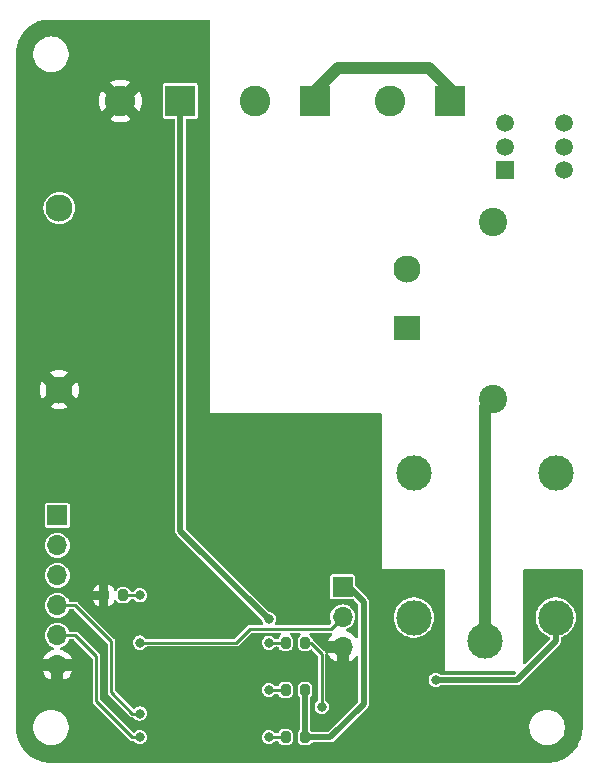
<source format=gbl>
G04 #@! TF.GenerationSoftware,KiCad,Pcbnew,7.0.8*
G04 #@! TF.CreationDate,2024-05-10T00:52:19-03:00*
G04 #@! TF.ProjectId,on_off_module_x1,6f6e5f6f-6666-45f6-9d6f-64756c655f78,1.0*
G04 #@! TF.SameCoordinates,Original*
G04 #@! TF.FileFunction,Copper,L2,Bot*
G04 #@! TF.FilePolarity,Positive*
%FSLAX46Y46*%
G04 Gerber Fmt 4.6, Leading zero omitted, Abs format (unit mm)*
G04 Created by KiCad (PCBNEW 7.0.8) date 2024-05-10 00:52:19*
%MOMM*%
%LPD*%
G01*
G04 APERTURE LIST*
G04 Aperture macros list*
%AMRoundRect*
0 Rectangle with rounded corners*
0 $1 Rounding radius*
0 $2 $3 $4 $5 $6 $7 $8 $9 X,Y pos of 4 corners*
0 Add a 4 corners polygon primitive as box body*
4,1,4,$2,$3,$4,$5,$6,$7,$8,$9,$2,$3,0*
0 Add four circle primitives for the rounded corners*
1,1,$1+$1,$2,$3*
1,1,$1+$1,$4,$5*
1,1,$1+$1,$6,$7*
1,1,$1+$1,$8,$9*
0 Add four rect primitives between the rounded corners*
20,1,$1+$1,$2,$3,$4,$5,0*
20,1,$1+$1,$4,$5,$6,$7,0*
20,1,$1+$1,$6,$7,$8,$9,0*
20,1,$1+$1,$8,$9,$2,$3,0*%
G04 Aperture macros list end*
G04 #@! TA.AperFunction,ComponentPad*
%ADD10R,1.700000X1.700000*%
G04 #@! TD*
G04 #@! TA.AperFunction,ComponentPad*
%ADD11O,1.700000X1.700000*%
G04 #@! TD*
G04 #@! TA.AperFunction,ComponentPad*
%ADD12C,3.000000*%
G04 #@! TD*
G04 #@! TA.AperFunction,ComponentPad*
%ADD13C,2.600000*%
G04 #@! TD*
G04 #@! TA.AperFunction,ComponentPad*
%ADD14R,2.600000X2.600000*%
G04 #@! TD*
G04 #@! TA.AperFunction,ComponentPad*
%ADD15C,2.400000*%
G04 #@! TD*
G04 #@! TA.AperFunction,ComponentPad*
%ADD16R,2.300000X2.000000*%
G04 #@! TD*
G04 #@! TA.AperFunction,ComponentPad*
%ADD17C,2.300000*%
G04 #@! TD*
G04 #@! TA.AperFunction,ComponentPad*
%ADD18R,1.500000X1.500000*%
G04 #@! TD*
G04 #@! TA.AperFunction,ComponentPad*
%ADD19C,1.500000*%
G04 #@! TD*
G04 #@! TA.AperFunction,SMDPad,CuDef*
%ADD20RoundRect,0.200000X0.200000X0.275000X-0.200000X0.275000X-0.200000X-0.275000X0.200000X-0.275000X0*%
G04 #@! TD*
G04 #@! TA.AperFunction,ViaPad*
%ADD21C,0.800000*%
G04 #@! TD*
G04 #@! TA.AperFunction,Conductor*
%ADD22C,1.000000*%
G04 #@! TD*
G04 #@! TA.AperFunction,Conductor*
%ADD23C,0.500000*%
G04 #@! TD*
G04 #@! TA.AperFunction,Conductor*
%ADD24C,0.250000*%
G04 #@! TD*
G04 APERTURE END LIST*
D10*
X154518000Y-106937498D03*
D11*
X154518000Y-109477498D03*
X154518000Y-112017498D03*
D12*
X166552000Y-111535498D03*
X160552000Y-97335498D03*
X172552000Y-97335498D03*
X172552000Y-109535498D03*
X160552000Y-109535498D03*
D13*
X135703000Y-65786000D03*
D14*
X140783000Y-65786000D03*
D10*
X130364000Y-100886198D03*
D11*
X130364000Y-103426198D03*
X130364000Y-105966198D03*
X130364000Y-108506198D03*
X130364000Y-111046198D03*
X130364000Y-113586198D03*
D13*
X158558000Y-65786000D03*
D14*
X163638000Y-65786000D03*
D15*
X167218000Y-91053498D03*
X167218000Y-76053498D03*
D16*
X159936500Y-85053498D03*
D17*
X159936500Y-80053498D03*
X130536500Y-90253498D03*
X130536500Y-74853498D03*
D14*
X152208000Y-65786000D03*
D13*
X147128000Y-65786000D03*
D18*
X168290000Y-71676198D03*
D19*
X168290000Y-69676198D03*
X168290000Y-67676198D03*
X173290000Y-71676198D03*
X173290000Y-69676198D03*
X173290000Y-67676198D03*
D20*
X151333000Y-111661003D03*
X149683000Y-111661003D03*
X151333000Y-119661002D03*
X149683000Y-119661002D03*
X135933000Y-107661004D03*
X134283000Y-107661004D03*
X151333000Y-115661005D03*
X149683000Y-115661005D03*
D21*
X162392000Y-114811498D03*
X148779000Y-99585499D03*
X157058000Y-119637498D03*
X128840000Y-67104198D03*
X156352000Y-93393198D03*
X153478000Y-102664198D03*
X168488000Y-119637498D03*
X142302000Y-97031498D03*
X137346999Y-106199000D03*
X148269000Y-109661000D03*
X137346999Y-117661001D03*
X137346999Y-119660998D03*
X148269001Y-111661000D03*
X148269001Y-115661005D03*
X148269001Y-119661002D03*
X137346999Y-107661004D03*
X137346999Y-111661000D03*
X152740000Y-117097498D03*
D22*
X154129802Y-63040198D02*
X152208000Y-64962000D01*
X163638000Y-64818198D02*
X161860000Y-63040198D01*
X152208000Y-64962000D02*
X152208000Y-65786000D01*
X163638000Y-66043498D02*
X163638000Y-64818198D01*
X161860000Y-63040198D02*
X154129802Y-63040198D01*
X166552000Y-91719498D02*
X167218000Y-91053498D01*
X166552000Y-111535498D02*
X166552000Y-91719498D01*
D23*
X162392000Y-114811498D02*
X169250000Y-114811498D01*
X169250000Y-114811498D02*
X172552000Y-111509498D01*
X172552000Y-111509498D02*
X172552000Y-109535498D01*
X151333000Y-115661005D02*
X151333000Y-119661002D01*
X156296000Y-108207498D02*
X155026000Y-106937498D01*
X155026000Y-106937498D02*
X154518000Y-106937498D01*
X156296000Y-116843498D02*
X156296000Y-108207498D01*
X151333000Y-119661002D02*
X153478496Y-119661002D01*
X153478496Y-119661002D02*
X156296000Y-116843498D01*
X140783000Y-102175000D02*
X140783000Y-66037198D01*
X148269000Y-109661000D02*
X140783000Y-102175000D01*
D24*
X137346999Y-117661001D02*
X136724803Y-117661001D01*
X131888000Y-108506198D02*
X130364000Y-108506198D01*
X136724803Y-117661001D02*
X134936000Y-115872198D01*
X134936000Y-111554198D02*
X131888000Y-108506198D01*
X134936000Y-115872198D02*
X134936000Y-111554198D01*
X133666000Y-116634198D02*
X133666000Y-112824198D01*
X137346999Y-119660998D02*
X136692800Y-119660998D01*
X133666000Y-112824198D02*
X131888000Y-111046198D01*
X131888000Y-111046198D02*
X130364000Y-111046198D01*
X136692800Y-119660998D02*
X133666000Y-116634198D01*
X148269003Y-111661003D02*
X148269001Y-111661000D01*
X149683001Y-111661003D02*
X148269003Y-111661003D01*
X149683000Y-115661003D02*
X148269001Y-115661005D01*
X149683001Y-119661002D02*
X148269001Y-119661002D01*
X135932999Y-107661004D02*
X137346999Y-107661004D01*
X153502000Y-110493498D02*
X154518000Y-109477498D01*
X145476498Y-111661000D02*
X146644000Y-110493498D01*
X137346999Y-111661000D02*
X145476498Y-111661000D01*
X146644000Y-110493498D02*
X153502000Y-110493498D01*
X151333000Y-111661003D02*
X151806805Y-111661003D01*
X151806805Y-111661003D02*
X152740000Y-112594198D01*
X152740000Y-112594198D02*
X152740000Y-117097498D01*
G04 #@! TA.AperFunction,Conductor*
G36*
X154961039Y-111537183D02*
G01*
X155006794Y-111589987D01*
X155018000Y-111641498D01*
X155018000Y-111945609D01*
X154977493Y-111807654D01*
X154899761Y-111686700D01*
X154791100Y-111592546D01*
X154660315Y-111532818D01*
X154553763Y-111517498D01*
X154894000Y-111517498D01*
X154961039Y-111537183D01*
G37*
G04 #@! TD.AperFunction*
G04 #@! TA.AperFunction,Conductor*
G36*
X143261039Y-58951183D02*
G01*
X143306794Y-59003987D01*
X143318000Y-59055498D01*
X143318000Y-92205498D01*
X157696000Y-92205498D01*
X157763039Y-92225183D01*
X157808794Y-92277987D01*
X157820000Y-92329498D01*
X157820000Y-105413498D01*
X163030000Y-105413498D01*
X163097039Y-105433183D01*
X163142794Y-105485987D01*
X163154000Y-105537498D01*
X163154000Y-114049498D01*
X169075535Y-114049498D01*
X169142574Y-114069183D01*
X169188329Y-114121987D01*
X169198273Y-114191145D01*
X169169248Y-114254701D01*
X169163216Y-114261179D01*
X169099716Y-114324679D01*
X169038393Y-114358164D01*
X169012035Y-114360998D01*
X162833419Y-114360998D01*
X162766380Y-114341313D01*
X162757933Y-114335374D01*
X162694842Y-114286962D01*
X162548762Y-114226454D01*
X162548760Y-114226453D01*
X162392001Y-114205816D01*
X162391999Y-114205816D01*
X162235239Y-114226453D01*
X162235237Y-114226454D01*
X162089160Y-114286961D01*
X161963718Y-114383216D01*
X161867463Y-114508658D01*
X161806956Y-114654735D01*
X161806955Y-114654737D01*
X161786318Y-114811496D01*
X161786318Y-114811499D01*
X161806955Y-114968258D01*
X161806956Y-114968260D01*
X161859682Y-115095553D01*
X161867464Y-115114339D01*
X161963718Y-115239780D01*
X162089159Y-115336034D01*
X162235238Y-115396542D01*
X162313619Y-115406861D01*
X162391999Y-115417180D01*
X162392000Y-115417180D01*
X162392001Y-115417180D01*
X162444254Y-115410300D01*
X162548762Y-115396542D01*
X162694841Y-115336034D01*
X162757933Y-115287621D01*
X162823102Y-115262428D01*
X162833419Y-115261998D01*
X169221217Y-115261998D01*
X169228155Y-115262387D01*
X169260050Y-115265981D01*
X169267034Y-115266768D01*
X169267034Y-115266767D01*
X169267035Y-115266768D01*
X169325479Y-115255709D01*
X169384287Y-115246846D01*
X169384290Y-115246844D01*
X169392447Y-115244328D01*
X169400469Y-115241521D01*
X169400472Y-115241521D01*
X169453072Y-115213720D01*
X169506642Y-115187923D01*
X169506642Y-115187922D01*
X169506644Y-115187922D01*
X169513695Y-115183114D01*
X169520538Y-115178064D01*
X169562599Y-115136002D01*
X169606194Y-115095553D01*
X169606196Y-115095548D01*
X169611987Y-115088288D01*
X169612643Y-115088811D01*
X169622032Y-115076568D01*
X172850205Y-111848394D01*
X172855373Y-111843775D01*
X172885970Y-111819377D01*
X172919480Y-111770226D01*
X172954793Y-111722380D01*
X172954794Y-111722377D01*
X172958778Y-111714839D01*
X172962474Y-111707166D01*
X172980006Y-111650325D01*
X172986191Y-111632650D01*
X172999646Y-111594198D01*
X172999646Y-111594193D01*
X173001228Y-111585834D01*
X173002500Y-111577397D01*
X173002500Y-111517924D01*
X173004724Y-111458490D01*
X173003684Y-111449259D01*
X173004513Y-111449165D01*
X173002500Y-111433864D01*
X173002500Y-111267613D01*
X173022185Y-111200574D01*
X173074989Y-111154819D01*
X173089952Y-111149122D01*
X173174987Y-111122893D01*
X173174994Y-111122889D01*
X173175004Y-111122887D01*
X173379928Y-111024201D01*
X173404626Y-111012307D01*
X173404626Y-111012306D01*
X173404634Y-111012303D01*
X173615217Y-110868730D01*
X173802050Y-110695375D01*
X173960959Y-110496110D01*
X174088393Y-110275386D01*
X174181508Y-110038135D01*
X174238222Y-109789655D01*
X174247863Y-109660998D01*
X174257268Y-109535502D01*
X174257268Y-109535493D01*
X174238222Y-109281343D01*
X174235990Y-109271565D01*
X174181508Y-109032861D01*
X174088393Y-108795610D01*
X173960959Y-108574886D01*
X173802050Y-108375621D01*
X173615217Y-108202266D01*
X173404634Y-108058693D01*
X173404630Y-108058691D01*
X173404627Y-108058689D01*
X173404626Y-108058688D01*
X173175006Y-107948110D01*
X173175008Y-107948110D01*
X172931466Y-107872987D01*
X172931462Y-107872986D01*
X172931458Y-107872985D01*
X172810231Y-107854712D01*
X172679440Y-107834998D01*
X172679435Y-107834998D01*
X172424565Y-107834998D01*
X172424559Y-107834998D01*
X172267609Y-107858655D01*
X172172542Y-107872985D01*
X172172539Y-107872986D01*
X172172533Y-107872987D01*
X171928992Y-107948110D01*
X171699373Y-108058688D01*
X171699372Y-108058689D01*
X171699366Y-108058692D01*
X171699366Y-108058693D01*
X171678072Y-108073211D01*
X171488782Y-108202266D01*
X171301952Y-108375619D01*
X171301950Y-108375621D01*
X171143041Y-108574886D01*
X171015608Y-108795607D01*
X170922492Y-109032860D01*
X170922490Y-109032867D01*
X170865777Y-109281343D01*
X170846732Y-109535493D01*
X170846732Y-109535502D01*
X170865777Y-109789652D01*
X170918008Y-110018493D01*
X170922492Y-110038135D01*
X171015607Y-110275386D01*
X171143041Y-110496110D01*
X171301950Y-110695375D01*
X171488783Y-110868730D01*
X171699366Y-111012303D01*
X171699371Y-111012305D01*
X171699372Y-111012306D01*
X171699373Y-111012307D01*
X171894664Y-111106353D01*
X171928996Y-111122887D01*
X171929001Y-111122888D01*
X171929012Y-111122893D01*
X172014048Y-111149122D01*
X172072308Y-111187691D01*
X172100466Y-111251635D01*
X172101500Y-111267613D01*
X172101500Y-111271533D01*
X172081815Y-111338572D01*
X172065181Y-111359214D01*
X169969681Y-113454714D01*
X169908358Y-113488199D01*
X169838666Y-113483215D01*
X169782733Y-113441343D01*
X169758316Y-113375879D01*
X169758000Y-113367033D01*
X169758000Y-105537498D01*
X169777685Y-105470459D01*
X169830489Y-105424704D01*
X169882000Y-105413498D01*
X174714000Y-105413498D01*
X174781039Y-105433183D01*
X174826794Y-105485987D01*
X174838000Y-105537498D01*
X174838000Y-113177265D01*
X174837500Y-118838734D01*
X174837415Y-118841973D01*
X174830760Y-118968992D01*
X174820133Y-119157792D01*
X174819468Y-119164010D01*
X174796030Y-119312008D01*
X174767663Y-119478976D01*
X174766426Y-119484641D01*
X174726182Y-119634840D01*
X174680756Y-119792524D01*
X174679060Y-119797582D01*
X174622425Y-119945122D01*
X174560430Y-120094792D01*
X174558392Y-120099215D01*
X174485978Y-120241336D01*
X174408125Y-120382205D01*
X174405857Y-120385984D01*
X174318426Y-120520617D01*
X174225603Y-120651439D01*
X174223220Y-120654580D01*
X174122675Y-120778743D01*
X174120722Y-120781038D01*
X174015033Y-120899306D01*
X174012643Y-120901835D01*
X173899432Y-121015043D01*
X173896905Y-121017432D01*
X173778863Y-121122923D01*
X173776566Y-121124877D01*
X173651993Y-121225752D01*
X173648854Y-121228133D01*
X173518790Y-121320421D01*
X173383240Y-121408444D01*
X173379463Y-121410710D01*
X173240052Y-121487762D01*
X173096306Y-121560999D01*
X173091886Y-121563037D01*
X172944689Y-121624010D01*
X172794563Y-121681633D01*
X172789508Y-121683328D01*
X172635965Y-121727565D01*
X172481511Y-121768946D01*
X172475848Y-121770183D01*
X172316780Y-121797210D01*
X172160825Y-121821906D01*
X172154601Y-121822571D01*
X171984005Y-121832152D01*
X171858216Y-121838741D01*
X171838628Y-121839767D01*
X171835388Y-121839852D01*
X129839618Y-121839852D01*
X129836377Y-121839767D01*
X129828893Y-121839375D01*
X129704809Y-121832875D01*
X129520971Y-121822557D01*
X129514744Y-121821891D01*
X129362602Y-121797798D01*
X129226655Y-121774702D01*
X129199787Y-121770138D01*
X129194126Y-121768902D01*
X129041580Y-121728032D01*
X128886186Y-121683266D01*
X128881130Y-121681571D01*
X128732107Y-121624371D01*
X128583855Y-121562965D01*
X128579433Y-121560926D01*
X128531520Y-121536515D01*
X128436373Y-121488037D01*
X128399603Y-121467715D01*
X128296325Y-121410635D01*
X128292548Y-121408369D01*
X128157432Y-121320627D01*
X128026985Y-121228070D01*
X128023844Y-121225688D01*
X127899529Y-121125022D01*
X127897233Y-121123069D01*
X127778970Y-121017384D01*
X127776451Y-121015002D01*
X127719892Y-120958444D01*
X127663370Y-120901922D01*
X127660980Y-120899395D01*
X127555199Y-120781026D01*
X127553246Y-120778730D01*
X127452739Y-120654615D01*
X127450356Y-120651474D01*
X127450331Y-120651439D01*
X127357526Y-120520640D01*
X127270085Y-120385994D01*
X127267837Y-120382248D01*
X127192563Y-120246046D01*
X127189996Y-120241401D01*
X127117544Y-120099206D01*
X127115509Y-120094792D01*
X127053554Y-119945215D01*
X126996877Y-119797564D01*
X126995196Y-119792552D01*
X126949774Y-119634880D01*
X126909520Y-119484643D01*
X126908289Y-119479013D01*
X126879907Y-119311948D01*
X126856485Y-119164060D01*
X126855821Y-119157862D01*
X126844978Y-118964687D01*
X128337499Y-118964687D01*
X128340972Y-118985502D01*
X128378428Y-119209968D01*
X128459168Y-119445154D01*
X128459171Y-119445163D01*
X128575978Y-119661003D01*
X128577525Y-119663861D01*
X128730261Y-119860096D01*
X128888954Y-120006183D01*
X128913216Y-120028518D01*
X129121392Y-120164525D01*
X129349117Y-120264415D01*
X129575121Y-120321647D01*
X129590178Y-120325460D01*
X129590180Y-120325460D01*
X129590185Y-120325461D01*
X129723375Y-120336497D01*
X129775932Y-120340852D01*
X129775934Y-120340852D01*
X129900064Y-120340852D01*
X129900066Y-120340852D01*
X129961283Y-120335779D01*
X130085812Y-120325461D01*
X130085815Y-120325460D01*
X130085820Y-120325460D01*
X130326880Y-120264415D01*
X130554606Y-120164525D01*
X130762784Y-120028516D01*
X130945737Y-119860096D01*
X131098473Y-119663861D01*
X131216827Y-119445162D01*
X131297570Y-119209966D01*
X131338499Y-118964687D01*
X131338499Y-118716017D01*
X131297570Y-118470738D01*
X131216827Y-118235542D01*
X131098473Y-118016843D01*
X130945737Y-117820608D01*
X130772359Y-117661002D01*
X130762781Y-117652185D01*
X130554605Y-117516178D01*
X130326880Y-117416288D01*
X130085823Y-117355244D01*
X130085812Y-117355242D01*
X129920547Y-117341549D01*
X129900066Y-117339852D01*
X129775932Y-117339852D01*
X129756520Y-117341460D01*
X129590185Y-117355242D01*
X129590174Y-117355244D01*
X129349117Y-117416288D01*
X129121392Y-117516178D01*
X128913216Y-117652185D01*
X128741996Y-117809804D01*
X128733352Y-117817763D01*
X128730260Y-117820609D01*
X128577523Y-118016845D01*
X128459171Y-118235540D01*
X128459168Y-118235549D01*
X128378428Y-118470735D01*
X128337499Y-118716017D01*
X128337499Y-118964687D01*
X126844978Y-118964687D01*
X126844732Y-118960303D01*
X126838584Y-118842955D01*
X126838499Y-118839711D01*
X126838499Y-114086198D01*
X129107593Y-114086198D01*
X129190398Y-114263774D01*
X129325894Y-114457280D01*
X129492917Y-114624303D01*
X129686422Y-114759798D01*
X129686424Y-114759799D01*
X129863999Y-114842603D01*
X129864000Y-114842603D01*
X129864000Y-114086198D01*
X129107593Y-114086198D01*
X126838499Y-114086198D01*
X126838499Y-113086198D01*
X129107594Y-113086198D01*
X130328237Y-113086198D01*
X130221685Y-113101518D01*
X130090900Y-113161246D01*
X129982239Y-113255400D01*
X129904507Y-113376354D01*
X129864000Y-113514309D01*
X129864000Y-113658087D01*
X129904507Y-113796042D01*
X129982239Y-113916996D01*
X130090900Y-114011150D01*
X130221685Y-114070878D01*
X130328237Y-114086198D01*
X130399763Y-114086198D01*
X130864000Y-114086198D01*
X130864000Y-114842603D01*
X131041575Y-114759799D01*
X131041577Y-114759798D01*
X131235082Y-114624303D01*
X131402105Y-114457280D01*
X131537601Y-114263774D01*
X131620406Y-114086198D01*
X130864000Y-114086198D01*
X130399763Y-114086198D01*
X130506315Y-114070878D01*
X130637100Y-114011150D01*
X130745761Y-113916996D01*
X130823493Y-113796042D01*
X130864000Y-113658087D01*
X130864000Y-113514309D01*
X130823493Y-113376354D01*
X130745761Y-113255400D01*
X130637100Y-113161246D01*
X130506315Y-113101518D01*
X130399763Y-113086198D01*
X131620406Y-113086198D01*
X131620405Y-113086197D01*
X131537599Y-112908619D01*
X131537597Y-112908615D01*
X131402113Y-112715124D01*
X131402108Y-112715118D01*
X131235082Y-112548092D01*
X131041578Y-112412597D01*
X130827492Y-112312768D01*
X130827486Y-112312765D01*
X130705349Y-112280039D01*
X130645689Y-112243674D01*
X130615160Y-112180827D01*
X130623455Y-112111451D01*
X130667940Y-112057573D01*
X130701444Y-112041605D01*
X130767954Y-112021430D01*
X130950450Y-111923883D01*
X131110410Y-111792608D01*
X131241685Y-111632648D01*
X131339232Y-111450152D01*
X131339234Y-111450143D01*
X131340021Y-111448247D01*
X131340701Y-111447401D01*
X131342104Y-111444779D01*
X131342601Y-111445044D01*
X131383862Y-111393843D01*
X131450156Y-111371777D01*
X131454583Y-111371698D01*
X131701812Y-111371698D01*
X131768851Y-111391383D01*
X131789493Y-111408017D01*
X133304181Y-112922705D01*
X133337666Y-112984028D01*
X133340500Y-113010386D01*
X133340500Y-116617276D01*
X133340264Y-116622683D01*
X133336735Y-116663006D01*
X133347212Y-116702108D01*
X133348383Y-116707388D01*
X133355411Y-116747241D01*
X133357235Y-116752253D01*
X133364197Y-116769059D01*
X133366445Y-116773879D01*
X133366446Y-116773882D01*
X133372946Y-116783165D01*
X133389655Y-116807029D01*
X133392561Y-116811590D01*
X133412806Y-116846653D01*
X133443815Y-116872673D01*
X133447805Y-116876329D01*
X136450663Y-119879187D01*
X136454318Y-119883176D01*
X136480341Y-119914188D01*
X136480343Y-119914189D01*
X136480345Y-119914192D01*
X136480347Y-119914193D01*
X136480348Y-119914194D01*
X136515399Y-119934431D01*
X136519962Y-119937337D01*
X136553116Y-119960552D01*
X136553119Y-119960552D01*
X136557976Y-119962818D01*
X136574733Y-119969758D01*
X136579753Y-119971585D01*
X136579755Y-119971586D01*
X136615606Y-119977907D01*
X136619608Y-119978613D01*
X136624880Y-119979781D01*
X136663993Y-119990262D01*
X136704322Y-119986733D01*
X136709724Y-119986498D01*
X136778700Y-119986498D01*
X136845739Y-120006183D01*
X136877076Y-120035012D01*
X136898723Y-120063224D01*
X136918717Y-120089280D01*
X137044158Y-120185534D01*
X137190237Y-120246042D01*
X137268618Y-120256361D01*
X137346998Y-120266680D01*
X137346999Y-120266680D01*
X137347000Y-120266680D01*
X137399253Y-120259800D01*
X137503761Y-120246042D01*
X137649840Y-120185534D01*
X137775281Y-120089280D01*
X137871535Y-119963839D01*
X137932043Y-119817760D01*
X137952304Y-119663861D01*
X137952680Y-119661003D01*
X147663319Y-119661003D01*
X147683956Y-119817762D01*
X147683957Y-119817764D01*
X147744462Y-119963837D01*
X147744465Y-119963843D01*
X147840719Y-120089284D01*
X147966160Y-120185538D01*
X148112239Y-120246046D01*
X148190620Y-120256365D01*
X148269000Y-120266684D01*
X148269001Y-120266684D01*
X148269002Y-120266684D01*
X148321255Y-120259804D01*
X148425763Y-120246046D01*
X148571842Y-120185538D01*
X148697283Y-120089284D01*
X148738924Y-120035015D01*
X148795352Y-119993813D01*
X148837300Y-119986502D01*
X148983253Y-119986502D01*
X149050292Y-120006187D01*
X149093738Y-120054207D01*
X149097353Y-120061302D01*
X149097354Y-120061306D01*
X149149947Y-120164525D01*
X149154951Y-120174345D01*
X149154954Y-120174349D01*
X149244652Y-120264047D01*
X149244654Y-120264048D01*
X149244658Y-120264052D01*
X149357694Y-120321647D01*
X149357698Y-120321649D01*
X149451475Y-120336501D01*
X149451481Y-120336502D01*
X149914518Y-120336501D01*
X150008304Y-120321648D01*
X150121342Y-120264052D01*
X150211050Y-120174344D01*
X150268646Y-120061306D01*
X150268646Y-120061304D01*
X150268647Y-120061303D01*
X150283499Y-119967526D01*
X150283500Y-119967521D01*
X150283499Y-119354484D01*
X150268646Y-119260698D01*
X150211050Y-119147660D01*
X150211046Y-119147656D01*
X150211045Y-119147654D01*
X150121347Y-119057956D01*
X150121344Y-119057954D01*
X150121342Y-119057952D01*
X150044398Y-119018747D01*
X150008301Y-119000354D01*
X149914524Y-118985502D01*
X149451482Y-118985502D01*
X149375073Y-118997604D01*
X149357696Y-119000356D01*
X149244658Y-119057952D01*
X149244657Y-119057953D01*
X149244652Y-119057956D01*
X149154954Y-119147654D01*
X149154951Y-119147659D01*
X149154950Y-119147660D01*
X149106661Y-119242433D01*
X149093737Y-119267797D01*
X149045762Y-119318593D01*
X148983252Y-119335502D01*
X148837300Y-119335502D01*
X148770261Y-119315817D01*
X148738924Y-119286988D01*
X148697284Y-119232721D01*
X148697283Y-119232720D01*
X148571842Y-119136466D01*
X148571832Y-119136462D01*
X148425763Y-119075958D01*
X148425761Y-119075957D01*
X148269002Y-119055320D01*
X148269000Y-119055320D01*
X148112240Y-119075957D01*
X148112238Y-119075958D01*
X147966161Y-119136465D01*
X147840719Y-119232720D01*
X147744464Y-119358162D01*
X147683957Y-119504239D01*
X147683956Y-119504241D01*
X147663319Y-119661000D01*
X147663319Y-119661003D01*
X137952680Y-119661003D01*
X137952681Y-119660999D01*
X137952681Y-119660996D01*
X137932044Y-119504241D01*
X137932043Y-119504236D01*
X137871535Y-119358157D01*
X137775281Y-119232716D01*
X137649840Y-119136462D01*
X137503761Y-119075954D01*
X137503759Y-119075953D01*
X137347000Y-119055316D01*
X137346998Y-119055316D01*
X137190238Y-119075953D01*
X137190236Y-119075954D01*
X137044159Y-119136461D01*
X136994999Y-119174183D01*
X136948366Y-119209966D01*
X136918712Y-119232720D01*
X136912970Y-119238463D01*
X136911446Y-119236939D01*
X136864177Y-119271446D01*
X136794430Y-119275593D01*
X136734561Y-119242433D01*
X134027819Y-116535691D01*
X133994334Y-116474368D01*
X133991500Y-116448010D01*
X133991500Y-112841118D01*
X133991736Y-112835711D01*
X133995264Y-112795391D01*
X133990642Y-112778142D01*
X133984782Y-112756274D01*
X133983616Y-112751016D01*
X133976588Y-112711153D01*
X133976586Y-112711150D01*
X133976586Y-112711148D01*
X133974760Y-112706131D01*
X133967820Y-112689374D01*
X133965554Y-112684517D01*
X133965554Y-112684514D01*
X133942339Y-112651360D01*
X133939433Y-112646797D01*
X133919196Y-112611746D01*
X133919195Y-112611745D01*
X133919194Y-112611743D01*
X133888177Y-112585716D01*
X133884193Y-112582065D01*
X133009294Y-111707166D01*
X132130119Y-110827991D01*
X132126474Y-110824012D01*
X132100456Y-110793005D01*
X132100455Y-110793004D01*
X132089058Y-110786424D01*
X132065392Y-110772759D01*
X132060831Y-110769853D01*
X132047687Y-110760650D01*
X132027684Y-110746644D01*
X132027681Y-110746643D01*
X132022861Y-110744395D01*
X132006055Y-110737433D01*
X132001043Y-110735609D01*
X131961190Y-110728581D01*
X131955910Y-110727410D01*
X131916808Y-110716933D01*
X131881892Y-110719988D01*
X131876481Y-110720462D01*
X131871078Y-110720698D01*
X131454583Y-110720698D01*
X131387544Y-110701013D01*
X131341789Y-110648209D01*
X131340021Y-110644149D01*
X131339233Y-110642249D01*
X131339232Y-110642244D01*
X131241685Y-110459748D01*
X131172644Y-110375621D01*
X131110410Y-110299787D01*
X130967993Y-110182910D01*
X130950450Y-110168513D01*
X130767954Y-110070966D01*
X130569934Y-110010898D01*
X130569932Y-110010897D01*
X130569934Y-110010897D01*
X130364000Y-109990615D01*
X130158067Y-110010897D01*
X129960043Y-110070967D01*
X129901752Y-110102125D01*
X129777550Y-110168513D01*
X129777548Y-110168514D01*
X129777547Y-110168515D01*
X129617589Y-110299787D01*
X129492075Y-110452729D01*
X129486315Y-110459748D01*
X129466879Y-110496110D01*
X129388769Y-110642241D01*
X129328699Y-110840265D01*
X129308417Y-111046198D01*
X129328699Y-111252130D01*
X129342972Y-111299181D01*
X129388768Y-111450152D01*
X129486315Y-111632648D01*
X129486317Y-111632650D01*
X129617589Y-111792608D01*
X129685577Y-111848403D01*
X129777550Y-111923883D01*
X129960046Y-112021430D01*
X130026551Y-112041603D01*
X130084989Y-112079900D01*
X130113446Y-112143712D01*
X130102887Y-112212779D01*
X130056663Y-112265173D01*
X130022650Y-112280039D01*
X129900514Y-112312765D01*
X129900507Y-112312768D01*
X129686422Y-112412597D01*
X129686420Y-112412598D01*
X129492926Y-112548084D01*
X129492920Y-112548089D01*
X129325891Y-112715118D01*
X129325886Y-112715124D01*
X129190402Y-112908615D01*
X129190400Y-112908619D01*
X129107594Y-113086197D01*
X129107594Y-113086198D01*
X126838499Y-113086198D01*
X126838499Y-108506198D01*
X129308417Y-108506198D01*
X129328699Y-108712130D01*
X129328700Y-108712132D01*
X129388768Y-108910152D01*
X129486315Y-109092648D01*
X129486317Y-109092650D01*
X129617589Y-109252608D01*
X129714209Y-109331900D01*
X129777550Y-109383883D01*
X129960046Y-109481430D01*
X130158066Y-109541498D01*
X130158065Y-109541498D01*
X130176529Y-109543316D01*
X130364000Y-109561781D01*
X130569934Y-109541498D01*
X130767954Y-109481430D01*
X130950450Y-109383883D01*
X131110410Y-109252608D01*
X131241685Y-109092648D01*
X131339232Y-108910152D01*
X131339234Y-108910143D01*
X131340021Y-108908247D01*
X131340701Y-108907401D01*
X131342104Y-108904779D01*
X131342601Y-108905044D01*
X131383862Y-108853843D01*
X131450156Y-108831777D01*
X131454583Y-108831698D01*
X131701812Y-108831698D01*
X131768851Y-108851383D01*
X131789493Y-108868017D01*
X134574181Y-111652705D01*
X134607666Y-111714028D01*
X134610500Y-111740386D01*
X134610500Y-115855276D01*
X134610264Y-115860683D01*
X134606735Y-115901006D01*
X134617212Y-115940108D01*
X134618383Y-115945388D01*
X134625411Y-115985241D01*
X134627235Y-115990253D01*
X134634197Y-116007059D01*
X134636445Y-116011879D01*
X134636446Y-116011882D01*
X134650452Y-116031885D01*
X134659655Y-116045029D01*
X134662561Y-116049590D01*
X134682806Y-116084653D01*
X134713815Y-116110673D01*
X134717805Y-116114329D01*
X136482671Y-117879196D01*
X136486326Y-117883185D01*
X136512344Y-117914191D01*
X136512345Y-117914192D01*
X136512348Y-117914195D01*
X136541190Y-117930846D01*
X136547407Y-117934436D01*
X136551957Y-117937334D01*
X136585119Y-117960554D01*
X136585121Y-117960554D01*
X136585122Y-117960555D01*
X136589971Y-117962816D01*
X136606750Y-117969766D01*
X136611755Y-117971588D01*
X136611756Y-117971588D01*
X136611758Y-117971589D01*
X136651632Y-117978619D01*
X136656895Y-117979787D01*
X136668710Y-117982952D01*
X136695996Y-117990264D01*
X136736313Y-117986736D01*
X136741715Y-117986501D01*
X136778700Y-117986501D01*
X136845739Y-118006186D01*
X136877075Y-118035014D01*
X136918717Y-118089283D01*
X137044158Y-118185537D01*
X137190237Y-118246045D01*
X137268618Y-118256364D01*
X137346998Y-118266683D01*
X137346999Y-118266683D01*
X137347000Y-118266683D01*
X137399253Y-118259803D01*
X137503761Y-118246045D01*
X137649840Y-118185537D01*
X137775281Y-118089283D01*
X137871535Y-117963842D01*
X137932043Y-117817763D01*
X137952681Y-117661001D01*
X137951520Y-117652185D01*
X137932043Y-117504240D01*
X137932043Y-117504239D01*
X137871535Y-117358160D01*
X137775281Y-117232719D01*
X137649840Y-117136465D01*
X137555765Y-117097498D01*
X137503761Y-117075957D01*
X137503759Y-117075956D01*
X137347000Y-117055319D01*
X137346998Y-117055319D01*
X137190238Y-117075956D01*
X137190236Y-117075957D01*
X137044156Y-117136465D01*
X136913400Y-117236799D01*
X136848231Y-117261993D01*
X136779786Y-117247955D01*
X136750233Y-117226104D01*
X135297819Y-115773690D01*
X135264334Y-115712367D01*
X135261500Y-115686009D01*
X135261500Y-115661006D01*
X147663319Y-115661006D01*
X147683956Y-115817765D01*
X147683957Y-115817767D01*
X147735715Y-115942723D01*
X147744465Y-115963846D01*
X147840719Y-116089287D01*
X147966160Y-116185541D01*
X148112239Y-116246049D01*
X148190620Y-116256368D01*
X148269000Y-116266687D01*
X148269001Y-116266687D01*
X148269002Y-116266687D01*
X148321255Y-116259807D01*
X148425763Y-116246049D01*
X148571842Y-116185541D01*
X148697283Y-116089287D01*
X148738925Y-116035016D01*
X148795349Y-115993815D01*
X148837295Y-115986503D01*
X148983252Y-115986503D01*
X149050290Y-116006188D01*
X149093736Y-116054208D01*
X149097353Y-116061308D01*
X149097354Y-116061309D01*
X149154950Y-116174347D01*
X149154952Y-116174349D01*
X149154954Y-116174352D01*
X149244652Y-116264050D01*
X149244654Y-116264051D01*
X149244658Y-116264055D01*
X149357694Y-116321650D01*
X149357698Y-116321652D01*
X149451475Y-116336504D01*
X149451481Y-116336505D01*
X149914518Y-116336504D01*
X150008304Y-116321651D01*
X150121342Y-116264055D01*
X150211050Y-116174347D01*
X150268646Y-116061309D01*
X150268646Y-116061307D01*
X150268647Y-116061306D01*
X150283499Y-115967529D01*
X150283500Y-115967524D01*
X150283499Y-115354487D01*
X150268646Y-115260701D01*
X150211050Y-115147663D01*
X150211046Y-115147659D01*
X150211045Y-115147657D01*
X150121347Y-115057959D01*
X150121344Y-115057957D01*
X150121342Y-115057955D01*
X150044517Y-115018810D01*
X150008301Y-115000357D01*
X149914524Y-114985505D01*
X149451482Y-114985505D01*
X149370519Y-114998328D01*
X149357696Y-115000359D01*
X149244658Y-115057955D01*
X149244657Y-115057956D01*
X149244652Y-115057959D01*
X149154954Y-115147657D01*
X149154951Y-115147662D01*
X149154950Y-115147663D01*
X149104414Y-115246846D01*
X149093738Y-115267798D01*
X149045763Y-115318594D01*
X148983253Y-115335503D01*
X148837298Y-115335503D01*
X148770259Y-115315818D01*
X148738922Y-115286989D01*
X148720045Y-115262388D01*
X148697283Y-115232723D01*
X148571842Y-115136469D01*
X148425763Y-115075961D01*
X148425761Y-115075960D01*
X148269002Y-115055323D01*
X148269000Y-115055323D01*
X148112240Y-115075960D01*
X148112238Y-115075961D01*
X147966161Y-115136468D01*
X147840719Y-115232723D01*
X147744464Y-115358165D01*
X147683957Y-115504242D01*
X147683956Y-115504244D01*
X147663319Y-115661003D01*
X147663319Y-115661006D01*
X135261500Y-115661006D01*
X135261500Y-111661001D01*
X136741317Y-111661001D01*
X136761954Y-111817760D01*
X136761955Y-111817762D01*
X136810842Y-111935787D01*
X136822463Y-111963841D01*
X136918717Y-112089282D01*
X137044158Y-112185536D01*
X137190237Y-112246044D01*
X137268618Y-112256363D01*
X137346998Y-112266682D01*
X137346999Y-112266682D01*
X137347000Y-112266682D01*
X137406284Y-112258877D01*
X137503761Y-112246044D01*
X137649840Y-112185536D01*
X137775281Y-112089282D01*
X137816922Y-112035013D01*
X137873350Y-111993811D01*
X137915298Y-111986500D01*
X145459576Y-111986500D01*
X145464979Y-111986735D01*
X145505305Y-111990264D01*
X145544438Y-111979777D01*
X145549660Y-111978619D01*
X145589543Y-111971588D01*
X145589548Y-111971584D01*
X145594597Y-111969747D01*
X145611322Y-111962819D01*
X145616179Y-111960554D01*
X145616182Y-111960554D01*
X145649339Y-111937335D01*
X145653888Y-111934438D01*
X145688953Y-111914194D01*
X145714979Y-111883176D01*
X145718620Y-111879202D01*
X146742508Y-110855317D01*
X146803831Y-110821832D01*
X146830189Y-110818998D01*
X148172156Y-110818998D01*
X148239195Y-110838683D01*
X148269144Y-110873246D01*
X148283534Y-110850258D01*
X148346740Y-110820479D01*
X148365846Y-110818998D01*
X149197137Y-110818998D01*
X149264176Y-110838683D01*
X149309931Y-110891487D01*
X149319875Y-110960645D01*
X149290850Y-111024201D01*
X149253434Y-111053481D01*
X149244658Y-111057953D01*
X149244657Y-111057954D01*
X149244652Y-111057957D01*
X149154954Y-111147655D01*
X149154951Y-111147660D01*
X149154950Y-111147661D01*
X149101720Y-111252130D01*
X149093737Y-111267798D01*
X149045762Y-111318594D01*
X148983252Y-111335503D01*
X148837302Y-111335503D01*
X148770263Y-111315818D01*
X148738926Y-111286989D01*
X148727066Y-111271533D01*
X148697283Y-111232718D01*
X148571842Y-111136464D01*
X148539064Y-111122887D01*
X148425763Y-111075956D01*
X148425761Y-111075955D01*
X148349661Y-111065937D01*
X148285764Y-111037670D01*
X148270373Y-111014337D01*
X148265869Y-111024201D01*
X148207091Y-111061975D01*
X148188341Y-111065937D01*
X148112240Y-111075955D01*
X148112238Y-111075956D01*
X147966161Y-111136463D01*
X147840719Y-111232718D01*
X147744464Y-111358160D01*
X147683957Y-111504237D01*
X147683956Y-111504239D01*
X147663319Y-111660998D01*
X147663319Y-111661001D01*
X147683956Y-111817760D01*
X147683957Y-111817762D01*
X147732844Y-111935787D01*
X147744465Y-111963841D01*
X147840719Y-112089282D01*
X147966160Y-112185536D01*
X148112239Y-112246044D01*
X148190620Y-112256363D01*
X148269000Y-112266682D01*
X148269001Y-112266682D01*
X148269002Y-112266682D01*
X148328286Y-112258877D01*
X148425763Y-112246044D01*
X148571842Y-112185536D01*
X148697283Y-112089282D01*
X148738923Y-112035014D01*
X148795350Y-111993814D01*
X148837298Y-111986503D01*
X148983253Y-111986503D01*
X149050292Y-112006188D01*
X149093738Y-112054208D01*
X149097353Y-112061303D01*
X149097354Y-112061307D01*
X149139342Y-112143712D01*
X149154951Y-112174346D01*
X149154954Y-112174350D01*
X149244652Y-112264048D01*
X149244654Y-112264049D01*
X149244658Y-112264053D01*
X149357694Y-112321648D01*
X149357698Y-112321650D01*
X149451475Y-112336502D01*
X149451481Y-112336503D01*
X149914518Y-112336502D01*
X150008304Y-112321649D01*
X150121342Y-112264053D01*
X150211050Y-112174345D01*
X150268646Y-112061307D01*
X150268646Y-112061305D01*
X150268647Y-112061304D01*
X150281558Y-111979785D01*
X150283500Y-111967522D01*
X150283499Y-111354485D01*
X150268646Y-111260699D01*
X150211050Y-111147661D01*
X150211046Y-111147657D01*
X150211045Y-111147655D01*
X150121347Y-111057957D01*
X150121344Y-111057955D01*
X150121342Y-111057953D01*
X150112566Y-111053481D01*
X150061772Y-111005508D01*
X150044977Y-110937687D01*
X150067515Y-110871552D01*
X150122230Y-110828101D01*
X150168863Y-110818998D01*
X150847137Y-110818998D01*
X150914176Y-110838683D01*
X150959931Y-110891487D01*
X150969875Y-110960645D01*
X150940850Y-111024201D01*
X150903434Y-111053481D01*
X150894658Y-111057953D01*
X150894657Y-111057954D01*
X150894652Y-111057957D01*
X150804954Y-111147655D01*
X150804951Y-111147660D01*
X150747352Y-111260701D01*
X150732500Y-111354478D01*
X150732500Y-111967520D01*
X150743190Y-112035014D01*
X150747354Y-112061307D01*
X150804950Y-112174345D01*
X150804952Y-112174347D01*
X150804954Y-112174350D01*
X150894652Y-112264048D01*
X150894654Y-112264049D01*
X150894658Y-112264053D01*
X151007694Y-112321648D01*
X151007698Y-112321650D01*
X151101475Y-112336502D01*
X151101481Y-112336503D01*
X151564518Y-112336502D01*
X151658304Y-112321649D01*
X151771342Y-112264053D01*
X151772747Y-112262647D01*
X151774876Y-112261484D01*
X151779241Y-112258314D01*
X151779650Y-112258877D01*
X151834062Y-112229158D01*
X151903755Y-112234134D01*
X151948116Y-112262640D01*
X152378181Y-112692705D01*
X152411666Y-112754028D01*
X152414500Y-112780386D01*
X152414500Y-116529197D01*
X152394815Y-116596236D01*
X152365988Y-116627572D01*
X152311720Y-116669213D01*
X152215463Y-116794658D01*
X152154956Y-116940735D01*
X152154955Y-116940737D01*
X152134318Y-117097496D01*
X152134318Y-117097499D01*
X152154955Y-117254258D01*
X152154956Y-117254260D01*
X152215464Y-117400339D01*
X152311718Y-117525780D01*
X152437159Y-117622034D01*
X152583238Y-117682542D01*
X152661619Y-117692861D01*
X152739999Y-117703180D01*
X152740000Y-117703180D01*
X152740001Y-117703180D01*
X152792254Y-117696300D01*
X152896762Y-117682542D01*
X153042841Y-117622034D01*
X153168282Y-117525780D01*
X153264536Y-117400339D01*
X153325044Y-117254260D01*
X153345682Y-117097498D01*
X153338266Y-117041171D01*
X153325044Y-116940737D01*
X153325044Y-116940736D01*
X153264536Y-116794657D01*
X153168282Y-116669216D01*
X153168280Y-116669214D01*
X153168279Y-116669213D01*
X153114012Y-116627572D01*
X153072810Y-116571144D01*
X153065500Y-116529197D01*
X153065500Y-112656302D01*
X153085185Y-112589263D01*
X153129904Y-112550513D01*
X153111436Y-112542167D01*
X153225986Y-112542167D01*
X153270703Y-112562589D01*
X153301882Y-112603897D01*
X153344398Y-112695074D01*
X153479894Y-112888580D01*
X153646917Y-113055603D01*
X153840422Y-113191098D01*
X153840424Y-113191099D01*
X154017999Y-113273903D01*
X154018000Y-113273903D01*
X154018000Y-112517498D01*
X153254231Y-112517498D01*
X153225986Y-112542167D01*
X153111436Y-112542167D01*
X153085417Y-112530409D01*
X153057333Y-112489785D01*
X153056013Y-112490548D01*
X153051480Y-112482697D01*
X153050056Y-112479259D01*
X153049724Y-112478779D01*
X153048760Y-112476130D01*
X153041820Y-112459374D01*
X153039554Y-112454517D01*
X153039554Y-112454514D01*
X153016339Y-112421360D01*
X153013433Y-112416797D01*
X152993196Y-112381746D01*
X152993195Y-112381745D01*
X152993194Y-112381743D01*
X152962177Y-112355716D01*
X152958193Y-112352065D01*
X152520320Y-111914192D01*
X152048924Y-111442796D01*
X152045279Y-111438817D01*
X152019261Y-111407809D01*
X151984199Y-111387566D01*
X151979650Y-111384668D01*
X151976236Y-111382278D01*
X151932612Y-111327704D01*
X151924886Y-111300103D01*
X151918646Y-111260699D01*
X151861050Y-111147661D01*
X151861046Y-111147657D01*
X151861045Y-111147655D01*
X151771347Y-111057957D01*
X151771344Y-111057955D01*
X151771342Y-111057953D01*
X151762566Y-111053481D01*
X151711772Y-111005508D01*
X151694977Y-110937687D01*
X151717515Y-110871552D01*
X151772230Y-110828101D01*
X151818863Y-110818998D01*
X153485077Y-110818998D01*
X153490481Y-110819234D01*
X153501012Y-110820155D01*
X153516696Y-110821527D01*
X153581765Y-110846977D01*
X153622745Y-110903567D01*
X153626626Y-110973328D01*
X153593574Y-111032736D01*
X153479886Y-111146424D01*
X153344402Y-111339915D01*
X153344400Y-111339919D01*
X153261594Y-111517497D01*
X153261594Y-111517498D01*
X154482237Y-111517498D01*
X154375685Y-111532818D01*
X154244900Y-111592546D01*
X154136239Y-111686700D01*
X154058507Y-111807654D01*
X154018000Y-111945609D01*
X154018000Y-112089387D01*
X154058507Y-112227342D01*
X154136239Y-112348296D01*
X154244900Y-112442450D01*
X154375685Y-112502178D01*
X154482237Y-112517498D01*
X154553763Y-112517498D01*
X154660315Y-112502178D01*
X154791100Y-112442450D01*
X154899761Y-112348296D01*
X154977493Y-112227342D01*
X155018000Y-112089387D01*
X155018000Y-113273903D01*
X155195575Y-113191099D01*
X155195577Y-113191098D01*
X155389082Y-113055603D01*
X155556105Y-112888580D01*
X155619925Y-112797437D01*
X155674502Y-112753813D01*
X155744001Y-112746620D01*
X155806355Y-112778142D01*
X155841769Y-112838372D01*
X155845500Y-112868561D01*
X155845500Y-116605533D01*
X155825815Y-116672572D01*
X155809181Y-116693214D01*
X153328212Y-119174183D01*
X153266889Y-119207668D01*
X153240531Y-119210502D01*
X151969057Y-119210502D01*
X151902018Y-119190817D01*
X151868793Y-119154095D01*
X151866786Y-119155554D01*
X151861050Y-119147659D01*
X151819819Y-119106428D01*
X151786334Y-119045105D01*
X151783500Y-119018747D01*
X151783500Y-116303259D01*
X151803185Y-116236220D01*
X151819820Y-116215577D01*
X151861046Y-116174351D01*
X151861050Y-116174347D01*
X151918646Y-116061309D01*
X151918646Y-116061307D01*
X151918647Y-116061306D01*
X151933499Y-115967529D01*
X151933500Y-115967524D01*
X151933499Y-115354487D01*
X151918646Y-115260701D01*
X151861050Y-115147663D01*
X151861046Y-115147659D01*
X151861045Y-115147657D01*
X151771347Y-115057959D01*
X151771344Y-115057957D01*
X151771342Y-115057955D01*
X151694517Y-115018810D01*
X151658301Y-115000357D01*
X151564524Y-114985505D01*
X151101482Y-114985505D01*
X151020519Y-114998328D01*
X151007696Y-115000359D01*
X150894658Y-115057955D01*
X150894657Y-115057956D01*
X150894652Y-115057959D01*
X150804954Y-115147657D01*
X150804951Y-115147662D01*
X150747352Y-115260703D01*
X150732500Y-115354480D01*
X150732500Y-115967522D01*
X150738624Y-116006188D01*
X150747354Y-116061309D01*
X150804950Y-116174347D01*
X150804952Y-116174349D01*
X150804953Y-116174351D01*
X150846180Y-116215577D01*
X150879666Y-116276900D01*
X150882500Y-116303259D01*
X150882500Y-119018747D01*
X150862815Y-119085786D01*
X150846181Y-119106428D01*
X150804954Y-119147654D01*
X150804951Y-119147659D01*
X150804950Y-119147660D01*
X150799752Y-119157862D01*
X150747352Y-119260700D01*
X150732500Y-119354477D01*
X150732500Y-119967519D01*
X150742011Y-120027568D01*
X150747354Y-120061306D01*
X150804950Y-120174344D01*
X150804952Y-120174346D01*
X150804954Y-120174349D01*
X150894652Y-120264047D01*
X150894654Y-120264048D01*
X150894658Y-120264052D01*
X151007694Y-120321647D01*
X151007698Y-120321649D01*
X151101475Y-120336501D01*
X151101481Y-120336502D01*
X151564518Y-120336501D01*
X151658304Y-120321648D01*
X151771342Y-120264052D01*
X151794058Y-120241336D01*
X151861050Y-120174345D01*
X151866786Y-120166450D01*
X151869059Y-120168102D01*
X151906546Y-120128411D01*
X151969057Y-120111502D01*
X153449713Y-120111502D01*
X153456651Y-120111891D01*
X153488546Y-120115485D01*
X153495530Y-120116272D01*
X153495530Y-120116271D01*
X153495531Y-120116272D01*
X153553975Y-120105213D01*
X153612783Y-120096350D01*
X153612786Y-120096348D01*
X153620943Y-120093832D01*
X153628965Y-120091025D01*
X153628968Y-120091025D01*
X153681568Y-120063224D01*
X153735138Y-120037427D01*
X153735138Y-120037426D01*
X153735140Y-120037426D01*
X153742191Y-120032618D01*
X153749034Y-120027568D01*
X153791096Y-119985505D01*
X153798524Y-119978613D01*
X153834690Y-119945057D01*
X153834692Y-119945052D01*
X153840483Y-119937792D01*
X153841139Y-119938315D01*
X153850528Y-119926072D01*
X154811913Y-118964687D01*
X170337499Y-118964687D01*
X170340972Y-118985502D01*
X170378428Y-119209968D01*
X170459168Y-119445154D01*
X170459171Y-119445163D01*
X170575978Y-119661003D01*
X170577525Y-119663861D01*
X170730261Y-119860096D01*
X170888954Y-120006183D01*
X170913216Y-120028518D01*
X171121392Y-120164525D01*
X171349117Y-120264415D01*
X171575121Y-120321647D01*
X171590178Y-120325460D01*
X171590180Y-120325460D01*
X171590185Y-120325461D01*
X171723375Y-120336497D01*
X171775932Y-120340852D01*
X171775934Y-120340852D01*
X171900064Y-120340852D01*
X171900066Y-120340852D01*
X171961283Y-120335779D01*
X172085812Y-120325461D01*
X172085815Y-120325460D01*
X172085820Y-120325460D01*
X172326880Y-120264415D01*
X172554606Y-120164525D01*
X172762784Y-120028516D01*
X172945737Y-119860096D01*
X173098473Y-119663861D01*
X173216827Y-119445162D01*
X173297570Y-119209966D01*
X173338499Y-118964687D01*
X173338499Y-118716017D01*
X173297570Y-118470738D01*
X173216827Y-118235542D01*
X173098473Y-118016843D01*
X172945737Y-117820608D01*
X172772359Y-117661002D01*
X172762781Y-117652185D01*
X172554605Y-117516178D01*
X172326880Y-117416288D01*
X172085823Y-117355244D01*
X172085812Y-117355242D01*
X171920547Y-117341549D01*
X171900066Y-117339852D01*
X171775932Y-117339852D01*
X171756520Y-117341460D01*
X171590185Y-117355242D01*
X171590174Y-117355244D01*
X171349117Y-117416288D01*
X171121392Y-117516178D01*
X170913216Y-117652185D01*
X170741996Y-117809804D01*
X170733352Y-117817763D01*
X170730260Y-117820609D01*
X170577523Y-118016845D01*
X170459171Y-118235540D01*
X170459168Y-118235549D01*
X170378428Y-118470735D01*
X170337499Y-118716017D01*
X170337499Y-118964687D01*
X154811913Y-118964687D01*
X156594210Y-117182390D01*
X156599378Y-117177771D01*
X156629970Y-117153377D01*
X156663471Y-117104239D01*
X156698793Y-117056381D01*
X156698796Y-117056370D01*
X156702786Y-117048822D01*
X156706466Y-117041178D01*
X156706472Y-117041171D01*
X156718916Y-117000823D01*
X156724005Y-116984328D01*
X156743646Y-116928198D01*
X156745227Y-116919839D01*
X156746500Y-116911397D01*
X156746500Y-116851924D01*
X156748724Y-116792490D01*
X156747684Y-116783259D01*
X156748513Y-116783165D01*
X156746500Y-116767864D01*
X156746500Y-109535502D01*
X158846732Y-109535502D01*
X158865777Y-109789652D01*
X158918008Y-110018493D01*
X158922492Y-110038135D01*
X159015607Y-110275386D01*
X159143041Y-110496110D01*
X159301950Y-110695375D01*
X159488783Y-110868730D01*
X159699366Y-111012303D01*
X159699371Y-111012305D01*
X159699372Y-111012306D01*
X159699373Y-111012307D01*
X159794159Y-111057953D01*
X159928992Y-111122885D01*
X159928993Y-111122885D01*
X159928996Y-111122887D01*
X160172542Y-111198011D01*
X160424565Y-111235998D01*
X160679435Y-111235998D01*
X160931458Y-111198011D01*
X161175004Y-111122887D01*
X161379928Y-111024201D01*
X161404626Y-111012307D01*
X161404626Y-111012306D01*
X161404634Y-111012303D01*
X161615217Y-110868730D01*
X161802050Y-110695375D01*
X161960959Y-110496110D01*
X162088393Y-110275386D01*
X162181508Y-110038135D01*
X162238222Y-109789655D01*
X162247863Y-109660998D01*
X162257268Y-109535502D01*
X162257268Y-109535493D01*
X162238222Y-109281343D01*
X162235990Y-109271565D01*
X162181508Y-109032861D01*
X162088393Y-108795610D01*
X161960959Y-108574886D01*
X161802050Y-108375621D01*
X161615217Y-108202266D01*
X161404634Y-108058693D01*
X161404630Y-108058691D01*
X161404627Y-108058689D01*
X161404626Y-108058688D01*
X161175006Y-107948110D01*
X161175008Y-107948110D01*
X160931466Y-107872987D01*
X160931462Y-107872986D01*
X160931458Y-107872985D01*
X160810231Y-107854712D01*
X160679440Y-107834998D01*
X160679435Y-107834998D01*
X160424565Y-107834998D01*
X160424559Y-107834998D01*
X160267609Y-107858655D01*
X160172542Y-107872985D01*
X160172539Y-107872986D01*
X160172533Y-107872987D01*
X159928992Y-107948110D01*
X159699373Y-108058688D01*
X159699372Y-108058689D01*
X159699366Y-108058692D01*
X159699366Y-108058693D01*
X159678072Y-108073211D01*
X159488782Y-108202266D01*
X159301952Y-108375619D01*
X159301950Y-108375621D01*
X159143041Y-108574886D01*
X159015608Y-108795607D01*
X158922492Y-109032860D01*
X158922490Y-109032867D01*
X158865777Y-109281343D01*
X158846732Y-109535493D01*
X158846732Y-109535502D01*
X156746500Y-109535502D01*
X156746500Y-108236280D01*
X156746889Y-108229341D01*
X156751270Y-108190463D01*
X156740211Y-108132018D01*
X156731348Y-108073211D01*
X156731347Y-108073209D01*
X156728836Y-108065069D01*
X156726024Y-108057031D01*
X156726023Y-108057026D01*
X156698226Y-108004434D01*
X156672425Y-107950856D01*
X156672422Y-107950853D01*
X156672421Y-107950850D01*
X156667642Y-107943840D01*
X156662568Y-107936967D01*
X156662565Y-107936960D01*
X156620516Y-107894911D01*
X156580055Y-107851304D01*
X156572792Y-107845512D01*
X156573312Y-107844859D01*
X156561067Y-107835462D01*
X155604819Y-106879214D01*
X155571334Y-106817891D01*
X155568500Y-106791533D01*
X155568500Y-106067747D01*
X155568499Y-106067745D01*
X155556868Y-106009268D01*
X155556867Y-106009267D01*
X155512552Y-105942945D01*
X155446230Y-105898630D01*
X155446229Y-105898629D01*
X155387752Y-105886998D01*
X155387748Y-105886998D01*
X153648252Y-105886998D01*
X153648247Y-105886998D01*
X153589770Y-105898629D01*
X153589769Y-105898630D01*
X153523447Y-105942945D01*
X153479132Y-106009267D01*
X153479131Y-106009268D01*
X153467500Y-106067745D01*
X153467500Y-107807250D01*
X153479131Y-107865727D01*
X153479132Y-107865728D01*
X153523447Y-107932050D01*
X153589769Y-107976365D01*
X153589770Y-107976366D01*
X153648247Y-107987997D01*
X153648250Y-107987998D01*
X155388035Y-107987998D01*
X155455074Y-108007683D01*
X155475716Y-108024317D01*
X155809181Y-108357782D01*
X155842666Y-108419105D01*
X155845500Y-108445463D01*
X155845500Y-111166433D01*
X155825815Y-111233472D01*
X155773011Y-111279227D01*
X155703853Y-111289171D01*
X155640297Y-111260146D01*
X155619925Y-111237557D01*
X155556109Y-111146420D01*
X155556108Y-111146418D01*
X155389082Y-110979392D01*
X155195578Y-110843897D01*
X154981492Y-110744068D01*
X154981486Y-110744065D01*
X154859349Y-110711339D01*
X154799689Y-110674974D01*
X154769160Y-110612127D01*
X154777455Y-110542751D01*
X154821940Y-110488873D01*
X154855444Y-110472905D01*
X154921954Y-110452730D01*
X155104450Y-110355183D01*
X155264410Y-110223908D01*
X155395685Y-110063948D01*
X155493232Y-109881452D01*
X155553300Y-109683432D01*
X155573583Y-109477498D01*
X155553300Y-109271564D01*
X155493232Y-109073544D01*
X155395685Y-108891048D01*
X155317359Y-108795607D01*
X155264410Y-108731087D01*
X155146677Y-108634467D01*
X155104450Y-108599813D01*
X154921954Y-108502266D01*
X154723934Y-108442198D01*
X154723932Y-108442197D01*
X154723934Y-108442197D01*
X154518000Y-108421915D01*
X154312067Y-108442197D01*
X154114043Y-108502267D01*
X154003898Y-108561141D01*
X153931550Y-108599813D01*
X153931548Y-108599814D01*
X153931547Y-108599815D01*
X153771589Y-108731087D01*
X153640317Y-108891045D01*
X153542769Y-109073541D01*
X153482699Y-109271565D01*
X153462417Y-109477498D01*
X153482699Y-109683430D01*
X153496445Y-109728743D01*
X153542768Y-109881452D01*
X153542769Y-109881454D01*
X153542770Y-109881456D01*
X153543561Y-109883366D01*
X153543677Y-109884446D01*
X153544537Y-109887281D01*
X153543999Y-109887444D01*
X153551026Y-109952836D01*
X153519747Y-110015313D01*
X153516698Y-110018473D01*
X153403491Y-110131680D01*
X153342171Y-110165164D01*
X153315812Y-110167998D01*
X148888328Y-110167998D01*
X148821289Y-110148313D01*
X148775534Y-110095509D01*
X148765590Y-110026351D01*
X148789953Y-109968511D01*
X148793535Y-109963842D01*
X148793534Y-109963842D01*
X148793536Y-109963841D01*
X148854044Y-109817762D01*
X148874682Y-109661000D01*
X148854044Y-109504238D01*
X148793536Y-109358159D01*
X148697282Y-109232718D01*
X148571841Y-109136464D01*
X148571839Y-109136463D01*
X148425761Y-109075955D01*
X148346915Y-109065575D01*
X148283018Y-109037308D01*
X148275420Y-109030317D01*
X141269819Y-102024716D01*
X141236334Y-101963393D01*
X141233500Y-101937035D01*
X141233500Y-67410500D01*
X141253185Y-67343461D01*
X141305989Y-67297706D01*
X141357500Y-67286500D01*
X142102750Y-67286500D01*
X142102751Y-67286499D01*
X142117568Y-67283552D01*
X142161229Y-67274868D01*
X142161229Y-67274867D01*
X142161231Y-67274867D01*
X142227552Y-67230552D01*
X142271867Y-67164231D01*
X142271867Y-67164229D01*
X142271868Y-67164229D01*
X142283499Y-67105752D01*
X142283500Y-67105750D01*
X142283500Y-64466249D01*
X142283499Y-64466247D01*
X142271868Y-64407770D01*
X142271867Y-64407769D01*
X142227552Y-64341447D01*
X142161230Y-64297132D01*
X142161229Y-64297131D01*
X142102752Y-64285500D01*
X142102748Y-64285500D01*
X139463252Y-64285500D01*
X139463247Y-64285500D01*
X139404770Y-64297131D01*
X139404769Y-64297132D01*
X139338447Y-64341447D01*
X139294132Y-64407769D01*
X139294131Y-64407770D01*
X139282500Y-64466247D01*
X139282500Y-67105752D01*
X139294131Y-67164229D01*
X139294132Y-67164230D01*
X139338447Y-67230552D01*
X139404769Y-67274867D01*
X139404770Y-67274868D01*
X139463247Y-67286499D01*
X139463250Y-67286500D01*
X139463252Y-67286500D01*
X140208500Y-67286500D01*
X140275539Y-67306185D01*
X140321294Y-67358989D01*
X140332500Y-67410500D01*
X140332500Y-102146217D01*
X140332110Y-102153155D01*
X140330724Y-102165454D01*
X140327729Y-102192034D01*
X140338788Y-102250479D01*
X140347652Y-102309290D01*
X140350162Y-102317427D01*
X140352978Y-102325475D01*
X140380777Y-102378072D01*
X140406576Y-102431644D01*
X140411362Y-102438665D01*
X140416431Y-102445532D01*
X140416434Y-102445538D01*
X140416438Y-102445542D01*
X140458496Y-102487600D01*
X140498947Y-102531196D01*
X140506210Y-102536988D01*
X140505689Y-102537641D01*
X140517930Y-102547034D01*
X147638317Y-109667420D01*
X147671802Y-109728743D01*
X147673575Y-109738915D01*
X147683955Y-109817761D01*
X147744464Y-109963842D01*
X147748047Y-109968511D01*
X147773242Y-110033680D01*
X147759204Y-110102125D01*
X147710390Y-110152115D01*
X147649672Y-110167998D01*
X146660913Y-110167998D01*
X146655511Y-110167762D01*
X146648126Y-110167116D01*
X146615192Y-110164234D01*
X146615191Y-110164234D01*
X146576099Y-110174709D01*
X146570819Y-110175880D01*
X146530954Y-110182910D01*
X146525962Y-110184727D01*
X146509117Y-110191704D01*
X146504313Y-110193944D01*
X146471163Y-110217156D01*
X146466602Y-110220062D01*
X146431548Y-110240302D01*
X146431545Y-110240304D01*
X146431543Y-110240305D01*
X146431542Y-110240307D01*
X146405523Y-110271313D01*
X146401868Y-110275301D01*
X145611235Y-111065937D01*
X145377991Y-111299181D01*
X145316668Y-111332666D01*
X145290310Y-111335500D01*
X137915298Y-111335500D01*
X137848259Y-111315815D01*
X137816922Y-111286986D01*
X137812590Y-111281341D01*
X137796752Y-111260700D01*
X137775282Y-111232719D01*
X137733390Y-111200574D01*
X137649840Y-111136464D01*
X137617062Y-111122887D01*
X137503761Y-111075956D01*
X137503759Y-111075955D01*
X137347000Y-111055318D01*
X137346998Y-111055318D01*
X137190238Y-111075955D01*
X137190236Y-111075956D01*
X137044159Y-111136463D01*
X136918717Y-111232718D01*
X136822462Y-111358160D01*
X136761955Y-111504237D01*
X136761954Y-111504239D01*
X136741317Y-111660998D01*
X136741317Y-111661001D01*
X135261500Y-111661001D01*
X135261500Y-111571118D01*
X135261736Y-111565711D01*
X135265264Y-111525391D01*
X135259596Y-111504239D01*
X135254782Y-111486274D01*
X135253616Y-111481016D01*
X135246588Y-111441153D01*
X135246586Y-111441150D01*
X135246586Y-111441148D01*
X135244760Y-111436131D01*
X135237820Y-111419374D01*
X135235554Y-111414517D01*
X135235554Y-111414514D01*
X135212339Y-111381360D01*
X135209433Y-111376797D01*
X135189196Y-111341746D01*
X135189195Y-111341745D01*
X135189194Y-111341743D01*
X135158177Y-111315716D01*
X135154193Y-111312065D01*
X133659888Y-109817760D01*
X132130119Y-108287991D01*
X132126474Y-108284012D01*
X132100456Y-108253005D01*
X132100455Y-108253004D01*
X132088405Y-108246047D01*
X132065392Y-108232759D01*
X132060831Y-108229853D01*
X132047687Y-108220650D01*
X132027684Y-108206644D01*
X132027681Y-108206643D01*
X132022861Y-108204395D01*
X132006055Y-108197433D01*
X132001043Y-108195609D01*
X131961190Y-108188581D01*
X131955910Y-108187410D01*
X131916808Y-108176933D01*
X131881892Y-108179988D01*
X131876481Y-108180462D01*
X131871078Y-108180698D01*
X131454583Y-108180698D01*
X131387544Y-108161013D01*
X131341789Y-108108209D01*
X131340021Y-108104149D01*
X131339233Y-108102249D01*
X131339232Y-108102244D01*
X131317189Y-108061004D01*
X133389219Y-108061004D01*
X133389410Y-108063114D01*
X133439981Y-108225400D01*
X133527927Y-108370881D01*
X133648122Y-108491076D01*
X133793600Y-108579021D01*
X133882999Y-108606878D01*
X133883000Y-108606878D01*
X133883000Y-108061004D01*
X133389219Y-108061004D01*
X131317189Y-108061004D01*
X131241685Y-107919748D01*
X131181988Y-107847006D01*
X131110410Y-107759787D01*
X130950452Y-107628515D01*
X130950453Y-107628515D01*
X130950450Y-107628513D01*
X130767954Y-107530966D01*
X130569934Y-107470898D01*
X130569932Y-107470897D01*
X130569934Y-107470897D01*
X130364000Y-107450615D01*
X130158067Y-107470897D01*
X129960043Y-107530967D01*
X129849898Y-107589841D01*
X129777550Y-107628513D01*
X129777548Y-107628514D01*
X129777547Y-107628515D01*
X129617589Y-107759787D01*
X129486317Y-107919745D01*
X129486315Y-107919748D01*
X129460779Y-107967522D01*
X129388769Y-108102241D01*
X129328699Y-108300265D01*
X129308417Y-108506198D01*
X126838499Y-108506198D01*
X126838499Y-107261004D01*
X133389219Y-107261004D01*
X133883000Y-107261004D01*
X133883000Y-106715128D01*
X133882999Y-106715127D01*
X134683000Y-106715127D01*
X134683000Y-108606878D01*
X134772399Y-108579021D01*
X134917877Y-108491076D01*
X135038072Y-108370881D01*
X135126017Y-108225402D01*
X135151135Y-108144796D01*
X135189872Y-108086648D01*
X135253897Y-108058673D01*
X135322883Y-108069754D01*
X135374926Y-108116372D01*
X135380001Y-108125381D01*
X135404950Y-108174346D01*
X135404952Y-108174348D01*
X135404954Y-108174351D01*
X135494652Y-108264049D01*
X135494654Y-108264050D01*
X135494658Y-108264054D01*
X135607694Y-108321649D01*
X135607698Y-108321651D01*
X135701475Y-108336503D01*
X135701481Y-108336504D01*
X136164518Y-108336503D01*
X136258304Y-108321650D01*
X136371342Y-108264054D01*
X136461050Y-108174346D01*
X136518646Y-108061308D01*
X136518646Y-108061307D01*
X136522263Y-108054209D01*
X136570238Y-108003413D01*
X136632748Y-107986504D01*
X136778700Y-107986504D01*
X136845739Y-108006189D01*
X136877076Y-108035018D01*
X136916692Y-108086648D01*
X136918717Y-108089286D01*
X137044158Y-108185540D01*
X137190237Y-108246048D01*
X137243081Y-108253005D01*
X137346998Y-108266686D01*
X137346999Y-108266686D01*
X137347000Y-108266686D01*
X137399253Y-108259806D01*
X137503761Y-108246048D01*
X137649840Y-108185540D01*
X137775281Y-108089286D01*
X137871535Y-107963845D01*
X137932043Y-107817766D01*
X137952681Y-107661004D01*
X137932043Y-107504242D01*
X137871535Y-107358163D01*
X137775281Y-107232722D01*
X137649840Y-107136468D01*
X137503761Y-107075960D01*
X137503759Y-107075959D01*
X137347000Y-107055322D01*
X137346998Y-107055322D01*
X137190238Y-107075959D01*
X137190236Y-107075960D01*
X137044159Y-107136467D01*
X136918715Y-107232723D01*
X136877076Y-107286990D01*
X136820648Y-107328193D01*
X136778700Y-107335504D01*
X136632747Y-107335504D01*
X136565708Y-107315819D01*
X136522262Y-107267799D01*
X136518646Y-107260703D01*
X136518646Y-107260700D01*
X136461050Y-107147662D01*
X136461048Y-107147660D01*
X136461045Y-107147656D01*
X136371347Y-107057958D01*
X136371344Y-107057956D01*
X136371342Y-107057954D01*
X136294517Y-107018809D01*
X136258301Y-107000356D01*
X136164524Y-106985504D01*
X135701482Y-106985504D01*
X135620519Y-106998327D01*
X135607696Y-107000358D01*
X135494658Y-107057954D01*
X135494657Y-107057955D01*
X135494652Y-107057958D01*
X135404954Y-107147656D01*
X135404950Y-107147661D01*
X135380005Y-107196618D01*
X135332029Y-107247413D01*
X135264208Y-107264207D01*
X135198074Y-107241668D01*
X135154623Y-107186952D01*
X135151135Y-107177211D01*
X135126017Y-107096604D01*
X135038072Y-106951126D01*
X134917877Y-106830931D01*
X134772396Y-106742985D01*
X134772392Y-106742983D01*
X134683000Y-106715127D01*
X133882999Y-106715127D01*
X133793607Y-106742983D01*
X133793603Y-106742985D01*
X133648122Y-106830931D01*
X133527927Y-106951126D01*
X133439981Y-107096607D01*
X133389410Y-107258893D01*
X133389219Y-107261004D01*
X126838499Y-107261004D01*
X126838499Y-105966198D01*
X129308417Y-105966198D01*
X129328699Y-106172130D01*
X129328700Y-106172132D01*
X129388768Y-106370152D01*
X129486315Y-106552648D01*
X129486317Y-106552650D01*
X129617589Y-106712608D01*
X129713761Y-106791533D01*
X129777550Y-106843883D01*
X129960046Y-106941430D01*
X130158066Y-107001498D01*
X130158065Y-107001498D01*
X130176529Y-107003316D01*
X130364000Y-107021781D01*
X130569934Y-107001498D01*
X130767954Y-106941430D01*
X130950450Y-106843883D01*
X131110410Y-106712608D01*
X131241685Y-106552648D01*
X131339232Y-106370152D01*
X131399300Y-106172132D01*
X131419583Y-105966198D01*
X131399300Y-105760264D01*
X131339232Y-105562244D01*
X131241685Y-105379748D01*
X131189702Y-105316407D01*
X131110410Y-105219787D01*
X130950452Y-105088515D01*
X130950453Y-105088515D01*
X130950450Y-105088513D01*
X130767954Y-104990966D01*
X130569934Y-104930898D01*
X130569932Y-104930897D01*
X130569934Y-104930897D01*
X130364000Y-104910615D01*
X130158067Y-104930897D01*
X129960043Y-104990967D01*
X129849898Y-105049841D01*
X129777550Y-105088513D01*
X129777548Y-105088514D01*
X129777547Y-105088515D01*
X129617589Y-105219787D01*
X129486317Y-105379745D01*
X129388769Y-105562241D01*
X129328699Y-105760265D01*
X129308417Y-105966198D01*
X126838499Y-105966198D01*
X126838499Y-103426198D01*
X129308417Y-103426198D01*
X129328699Y-103632130D01*
X129328700Y-103632132D01*
X129388768Y-103830152D01*
X129486315Y-104012648D01*
X129486317Y-104012650D01*
X129617589Y-104172608D01*
X129714209Y-104251900D01*
X129777550Y-104303883D01*
X129960046Y-104401430D01*
X130158066Y-104461498D01*
X130158065Y-104461498D01*
X130176529Y-104463316D01*
X130364000Y-104481781D01*
X130569934Y-104461498D01*
X130767954Y-104401430D01*
X130950450Y-104303883D01*
X131110410Y-104172608D01*
X131241685Y-104012648D01*
X131339232Y-103830152D01*
X131399300Y-103632132D01*
X131419583Y-103426198D01*
X131399300Y-103220264D01*
X131339232Y-103022244D01*
X131241685Y-102839748D01*
X131189702Y-102776407D01*
X131110410Y-102679787D01*
X130950452Y-102548515D01*
X130950453Y-102548515D01*
X130950450Y-102548513D01*
X130767954Y-102450966D01*
X130569934Y-102390898D01*
X130569932Y-102390897D01*
X130569934Y-102390897D01*
X130364000Y-102370615D01*
X130158067Y-102390897D01*
X129960043Y-102450967D01*
X129891509Y-102487600D01*
X129777550Y-102548513D01*
X129777548Y-102548514D01*
X129777547Y-102548515D01*
X129617589Y-102679787D01*
X129486317Y-102839745D01*
X129388769Y-103022241D01*
X129328699Y-103220265D01*
X129308417Y-103426198D01*
X126838499Y-103426198D01*
X126838499Y-101755950D01*
X129313500Y-101755950D01*
X129325131Y-101814427D01*
X129325132Y-101814428D01*
X129369447Y-101880750D01*
X129435769Y-101925065D01*
X129435770Y-101925066D01*
X129494247Y-101936697D01*
X129494250Y-101936698D01*
X129494252Y-101936698D01*
X131233750Y-101936698D01*
X131233751Y-101936697D01*
X131248568Y-101933750D01*
X131292229Y-101925066D01*
X131292229Y-101925065D01*
X131292231Y-101925065D01*
X131358552Y-101880750D01*
X131402867Y-101814429D01*
X131402867Y-101814427D01*
X131402868Y-101814427D01*
X131414499Y-101755950D01*
X131414500Y-101755948D01*
X131414500Y-100016447D01*
X131414499Y-100016445D01*
X131402868Y-99957968D01*
X131402867Y-99957967D01*
X131358552Y-99891645D01*
X131292230Y-99847330D01*
X131292229Y-99847329D01*
X131233752Y-99835698D01*
X131233748Y-99835698D01*
X129494252Y-99835698D01*
X129494247Y-99835698D01*
X129435770Y-99847329D01*
X129435769Y-99847330D01*
X129369447Y-99891645D01*
X129325132Y-99957967D01*
X129325131Y-99957968D01*
X129313500Y-100016445D01*
X129313500Y-101755950D01*
X126838499Y-101755950D01*
X126838499Y-91722050D01*
X129775053Y-91722050D01*
X129785093Y-91728202D01*
X129785101Y-91728205D01*
X130025042Y-91827592D01*
X130025054Y-91827596D01*
X130277588Y-91888223D01*
X130277587Y-91888223D01*
X130536500Y-91908599D01*
X130795412Y-91888223D01*
X131047945Y-91827596D01*
X131047962Y-91827591D01*
X131287897Y-91728207D01*
X131287900Y-91728205D01*
X131297945Y-91722050D01*
X131297945Y-91722049D01*
X130536500Y-90960605D01*
X129775053Y-91722049D01*
X129775053Y-91722050D01*
X126838499Y-91722050D01*
X126838499Y-90253498D01*
X128881398Y-90253498D01*
X128901774Y-90512410D01*
X128962401Y-90764943D01*
X128962405Y-90764955D01*
X129061794Y-91004901D01*
X129067946Y-91014942D01*
X129067948Y-91014943D01*
X129757504Y-90325387D01*
X130036500Y-90325387D01*
X130077007Y-90463342D01*
X130154739Y-90584296D01*
X130263400Y-90678450D01*
X130394185Y-90738178D01*
X130500737Y-90753498D01*
X130572263Y-90753498D01*
X130678815Y-90738178D01*
X130809600Y-90678450D01*
X130918261Y-90584296D01*
X130995993Y-90463342D01*
X131036500Y-90325387D01*
X131036500Y-90253499D01*
X131243607Y-90253499D01*
X132005051Y-91014943D01*
X132005052Y-91014943D01*
X132011207Y-91004898D01*
X132011209Y-91004895D01*
X132110593Y-90764960D01*
X132110598Y-90764943D01*
X132171225Y-90512410D01*
X132191601Y-90253498D01*
X132171225Y-89994585D01*
X132110598Y-89742052D01*
X132110594Y-89742040D01*
X132011207Y-89502099D01*
X132011204Y-89502091D01*
X132005051Y-89492051D01*
X131243607Y-90253497D01*
X131243607Y-90253499D01*
X131036500Y-90253499D01*
X131036500Y-90181609D01*
X130995993Y-90043654D01*
X130918261Y-89922700D01*
X130809600Y-89828546D01*
X130678815Y-89768818D01*
X130572263Y-89753498D01*
X130500737Y-89753498D01*
X130394185Y-89768818D01*
X130263400Y-89828546D01*
X130154739Y-89922700D01*
X130077007Y-90043654D01*
X130036500Y-90181609D01*
X130036500Y-90325387D01*
X129757504Y-90325387D01*
X129829393Y-90253498D01*
X129829393Y-90253497D01*
X129067947Y-89492051D01*
X129067946Y-89492051D01*
X129061792Y-89502097D01*
X128962405Y-89742040D01*
X128962401Y-89742052D01*
X128901774Y-89994585D01*
X128881398Y-90253498D01*
X126838499Y-90253498D01*
X126838499Y-88784945D01*
X129775053Y-88784945D01*
X130536500Y-89546391D01*
X130536501Y-89546391D01*
X131297945Y-88784946D01*
X131297944Y-88784944D01*
X131287903Y-88778792D01*
X131047957Y-88679403D01*
X131047945Y-88679399D01*
X130795411Y-88618772D01*
X130795412Y-88618772D01*
X130536500Y-88598396D01*
X130277587Y-88618772D01*
X130025054Y-88679399D01*
X130025042Y-88679403D01*
X129785099Y-88778790D01*
X129775053Y-88784944D01*
X129775053Y-88784945D01*
X126838499Y-88784945D01*
X126838499Y-74853498D01*
X129180841Y-74853498D01*
X129201436Y-75088901D01*
X129201438Y-75088911D01*
X129262594Y-75317153D01*
X129262596Y-75317157D01*
X129262597Y-75317161D01*
X129362465Y-75531328D01*
X129362467Y-75531332D01*
X129470781Y-75686019D01*
X129498005Y-75724899D01*
X129665099Y-75891993D01*
X129761884Y-75959763D01*
X129858665Y-76027530D01*
X129858667Y-76027531D01*
X129858670Y-76027533D01*
X130072837Y-76127401D01*
X130301092Y-76188561D01*
X130489418Y-76205037D01*
X130536499Y-76209157D01*
X130536500Y-76209157D01*
X130536501Y-76209157D01*
X130575734Y-76205724D01*
X130771908Y-76188561D01*
X131000163Y-76127401D01*
X131214330Y-76027533D01*
X131407901Y-75891993D01*
X131574995Y-75724899D01*
X131710535Y-75531328D01*
X131810403Y-75317161D01*
X131871563Y-75088906D01*
X131892159Y-74853498D01*
X131871563Y-74618090D01*
X131810403Y-74389835D01*
X131710535Y-74175669D01*
X131574995Y-73982097D01*
X131574994Y-73982095D01*
X131407902Y-73815004D01*
X131407895Y-73814999D01*
X131214334Y-73679465D01*
X131214330Y-73679463D01*
X131214328Y-73679462D01*
X131000163Y-73579595D01*
X131000159Y-73579594D01*
X131000155Y-73579592D01*
X130771913Y-73518436D01*
X130771903Y-73518434D01*
X130536501Y-73497839D01*
X130536499Y-73497839D01*
X130301096Y-73518434D01*
X130301086Y-73518436D01*
X130072844Y-73579592D01*
X130072835Y-73579596D01*
X129858671Y-73679462D01*
X129858669Y-73679463D01*
X129665097Y-73815003D01*
X129498005Y-73982095D01*
X129362465Y-74175667D01*
X129362464Y-74175669D01*
X129262598Y-74389833D01*
X129262594Y-74389842D01*
X129201438Y-74618084D01*
X129201436Y-74618094D01*
X129180841Y-74853497D01*
X129180841Y-74853498D01*
X126838499Y-74853498D01*
X126838499Y-67364303D01*
X134831802Y-67364303D01*
X135043539Y-67466269D01*
X135043537Y-67466269D01*
X135301337Y-67545790D01*
X135301343Y-67545792D01*
X135568101Y-67585999D01*
X135568110Y-67586000D01*
X135837890Y-67586000D01*
X135837898Y-67585999D01*
X136104656Y-67545792D01*
X136104662Y-67545790D01*
X136362458Y-67466270D01*
X136574195Y-67364302D01*
X135703000Y-66493107D01*
X134831802Y-67364303D01*
X126838499Y-67364303D01*
X126838499Y-65786004D01*
X133897953Y-65786004D01*
X133918113Y-66055026D01*
X133918113Y-66055028D01*
X133978142Y-66318033D01*
X133978148Y-66318052D01*
X134076709Y-66569181D01*
X134126489Y-66655402D01*
X134126490Y-66655403D01*
X134995893Y-65786000D01*
X134954755Y-65744862D01*
X135049127Y-65744862D01*
X135059439Y-65908766D01*
X135110188Y-66064956D01*
X135198186Y-66203619D01*
X135317903Y-66316040D01*
X135461817Y-66395158D01*
X135620886Y-66436000D01*
X135743894Y-66436000D01*
X135865933Y-66420583D01*
X136018629Y-66360126D01*
X136151492Y-66263595D01*
X136256175Y-66137055D01*
X136326100Y-65988457D01*
X136356873Y-65827138D01*
X136354285Y-65786001D01*
X136410107Y-65786001D01*
X137279509Y-66655403D01*
X137279510Y-66655403D01*
X137329290Y-66569182D01*
X137329293Y-66569175D01*
X137427851Y-66318052D01*
X137427857Y-66318033D01*
X137487886Y-66055028D01*
X137487886Y-66055026D01*
X137508047Y-65786004D01*
X137508047Y-65785995D01*
X137487886Y-65516973D01*
X137487886Y-65516971D01*
X137427857Y-65253966D01*
X137427851Y-65253947D01*
X137329290Y-65002818D01*
X137279509Y-64916595D01*
X136410107Y-65785999D01*
X136410107Y-65786001D01*
X136354285Y-65786001D01*
X136346561Y-65663234D01*
X136295812Y-65507044D01*
X136207814Y-65368381D01*
X136088097Y-65255960D01*
X135944183Y-65176842D01*
X135785114Y-65136000D01*
X135662106Y-65136000D01*
X135540067Y-65151417D01*
X135387371Y-65211874D01*
X135254508Y-65308405D01*
X135149825Y-65434945D01*
X135079900Y-65583543D01*
X135049127Y-65744862D01*
X134954755Y-65744862D01*
X134126489Y-64916596D01*
X134076708Y-65002821D01*
X134076706Y-65002825D01*
X133978148Y-65253947D01*
X133978142Y-65253966D01*
X133918113Y-65516971D01*
X133918113Y-65516973D01*
X133897953Y-65785995D01*
X133897953Y-65786004D01*
X126838499Y-65786004D01*
X126838499Y-64207696D01*
X134831803Y-64207696D01*
X135703000Y-65078893D01*
X135703001Y-65078893D01*
X136574196Y-64207697D01*
X136574195Y-64207695D01*
X136362460Y-64105730D01*
X136362462Y-64105730D01*
X136104662Y-64026209D01*
X136104656Y-64026207D01*
X135837898Y-63986000D01*
X135568101Y-63986000D01*
X135301343Y-64026207D01*
X135301337Y-64026209D01*
X135043538Y-64105730D01*
X134831803Y-64207695D01*
X134831803Y-64207696D01*
X126838499Y-64207696D01*
X126838499Y-61964686D01*
X128337499Y-61964686D01*
X128378428Y-62209968D01*
X128459168Y-62445154D01*
X128459171Y-62445163D01*
X128495350Y-62512015D01*
X128577525Y-62663861D01*
X128730261Y-62860096D01*
X128889743Y-63006909D01*
X128913216Y-63028518D01*
X129121392Y-63164525D01*
X129349117Y-63264415D01*
X129590174Y-63325459D01*
X129590178Y-63325460D01*
X129590180Y-63325460D01*
X129590185Y-63325461D01*
X129723375Y-63336497D01*
X129775932Y-63340852D01*
X129775934Y-63340852D01*
X129900064Y-63340852D01*
X129900066Y-63340852D01*
X129961283Y-63335779D01*
X130085812Y-63325461D01*
X130085815Y-63325460D01*
X130085820Y-63325460D01*
X130326880Y-63264415D01*
X130554606Y-63164525D01*
X130762784Y-63028516D01*
X130945737Y-62860096D01*
X131098473Y-62663861D01*
X131216827Y-62445162D01*
X131297570Y-62209966D01*
X131338499Y-61964687D01*
X131338499Y-61716017D01*
X131297570Y-61470738D01*
X131216827Y-61235542D01*
X131198799Y-61202230D01*
X131098474Y-61016845D01*
X131098473Y-61016843D01*
X130945737Y-60820608D01*
X130762784Y-60652188D01*
X130762781Y-60652185D01*
X130554605Y-60516178D01*
X130326880Y-60416288D01*
X130085823Y-60355244D01*
X130085812Y-60355242D01*
X129920547Y-60341549D01*
X129900066Y-60339852D01*
X129775932Y-60339852D01*
X129756520Y-60341460D01*
X129590185Y-60355242D01*
X129590174Y-60355244D01*
X129349117Y-60416288D01*
X129121392Y-60516178D01*
X128913216Y-60652185D01*
X128730260Y-60820609D01*
X128577523Y-61016845D01*
X128459171Y-61235540D01*
X128459168Y-61235549D01*
X128378428Y-61470735D01*
X128337499Y-61716017D01*
X128337499Y-61964686D01*
X126838499Y-61964686D01*
X126838499Y-61841971D01*
X126838584Y-61838727D01*
X126845520Y-61706328D01*
X126855792Y-61523351D01*
X126856456Y-61517156D01*
X126863808Y-61470738D01*
X126880672Y-61364247D01*
X126908197Y-61202230D01*
X126909423Y-61196614D01*
X126950534Y-61043180D01*
X126995040Y-60888689D01*
X126996706Y-60883722D01*
X127054287Y-60733714D01*
X127115279Y-60586463D01*
X127117287Y-60582110D01*
X127190711Y-60438006D01*
X127202715Y-60416288D01*
X127267504Y-60299058D01*
X127269735Y-60295339D01*
X127358228Y-60159072D01*
X127449938Y-60029819D01*
X127452273Y-60026740D01*
X127553950Y-59901179D01*
X127555811Y-59898993D01*
X127660450Y-59781901D01*
X127662752Y-59779466D01*
X127777136Y-59665084D01*
X127779587Y-59662768D01*
X127896527Y-59558265D01*
X127898760Y-59556365D01*
X128024520Y-59454529D01*
X128027569Y-59452217D01*
X128156456Y-59360767D01*
X128293202Y-59271965D01*
X128296858Y-59269773D01*
X128435129Y-59193353D01*
X128579995Y-59119543D01*
X128584380Y-59117521D01*
X128730446Y-59057020D01*
X128881678Y-58998972D01*
X128886681Y-58997295D01*
X129039153Y-58953370D01*
X129105026Y-58935721D01*
X129137115Y-58931498D01*
X143194000Y-58931498D01*
X143261039Y-58951183D01*
G37*
G04 #@! TD.AperFunction*
M02*

</source>
